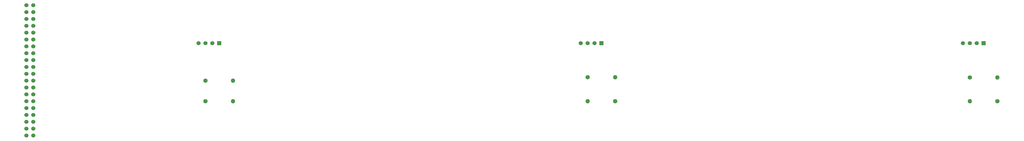
<source format=gts>
G04 #@! TF.GenerationSoftware,KiCad,Pcbnew,(6.0.10)*
G04 #@! TF.CreationDate,2023-10-31T07:54:40-04:00*
G04 #@! TF.ProjectId,iDLSchema,69444c53-6368-4656-9d61-2e6b69636164,0.3.2*
G04 #@! TF.SameCoordinates,Original*
G04 #@! TF.FileFunction,Soldermask,Top*
G04 #@! TF.FilePolarity,Negative*
%FSLAX46Y46*%
G04 Gerber Fmt 4.6, Leading zero omitted, Abs format (unit mm)*
G04 Created by KiCad (PCBNEW (6.0.10)) date 2023-10-31 07:54:40*
%MOMM*%
%LPD*%
G01*
G04 APERTURE LIST*
%ADD10C,1.600000*%
%ADD11O,1.600000X1.600000*%
%ADD12R,1.524000X1.524000*%
%ADD13C,1.524000*%
G04 APERTURE END LIST*
D10*
X250190000Y-83820000D03*
D11*
X240030000Y-83820000D03*
D12*
X104140000Y-62261000D03*
D13*
X101600000Y-62261000D03*
X99060000Y-62261000D03*
X96520000Y-62261000D03*
D10*
X99060000Y-76200000D03*
D11*
X109220000Y-76200000D03*
D12*
X245110000Y-62261000D03*
D13*
X242570000Y-62261000D03*
X240030000Y-62261000D03*
X237490000Y-62261000D03*
X33020000Y-96520000D03*
X35560000Y-96520000D03*
X33020000Y-93980000D03*
X35560000Y-93980000D03*
X33020000Y-91440000D03*
X35560000Y-91440000D03*
X33020000Y-88900000D03*
X35560000Y-88900000D03*
X33020000Y-86360000D03*
X35560000Y-86360000D03*
X33020000Y-83820000D03*
X35560000Y-83820000D03*
X33020000Y-81280000D03*
X35560000Y-81280000D03*
X33020000Y-78740000D03*
X35560000Y-78740000D03*
X33020000Y-76200000D03*
X35560000Y-76200000D03*
X33020000Y-73660000D03*
X35560000Y-73660000D03*
X33020000Y-71120000D03*
X35560000Y-71120000D03*
X33020000Y-68580000D03*
X35560000Y-68580000D03*
X33020000Y-66040000D03*
X35560000Y-66040000D03*
X33020000Y-63500000D03*
X35560000Y-63500000D03*
X33020000Y-60960000D03*
X35560000Y-60960000D03*
X33020000Y-58420000D03*
X35560000Y-58420000D03*
X33020000Y-55880000D03*
X35560000Y-55880000D03*
X33020000Y-53340000D03*
X35560000Y-53340000D03*
X33020000Y-50800000D03*
X35560000Y-50800000D03*
X33020000Y-48260000D03*
X35560000Y-48260000D03*
D10*
X240030000Y-74930000D03*
D11*
X250190000Y-74930000D03*
D10*
X391160000Y-83820000D03*
D11*
X381000000Y-83820000D03*
D12*
X386080000Y-62261000D03*
D13*
X383540000Y-62261000D03*
X381000000Y-62261000D03*
X378460000Y-62261000D03*
D10*
X99060000Y-83820000D03*
D11*
X109220000Y-83820000D03*
D10*
X381000000Y-74950000D03*
D11*
X391160000Y-74950000D03*
M02*

</source>
